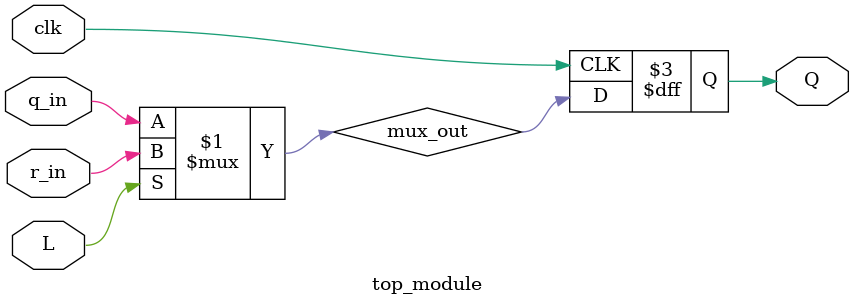
<source format=sv>
module top_module (
	input clk,
	input L,
	input r_in,
	input q_in,
	output reg Q);
    
    wire mux_out; 
    assign mux_out = (L ? r_in : q_in);
    
    always @(posedge clk) begin 
        Q = mux_out;
    end

endmodule
</source>
